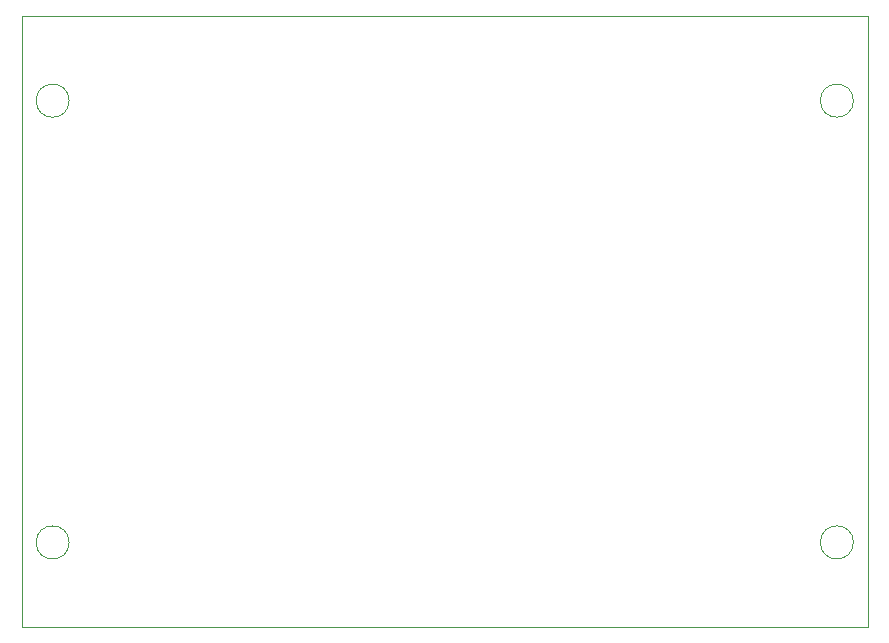
<source format=gbr>
%TF.GenerationSoftware,KiCad,Pcbnew,7.0.10*%
%TF.CreationDate,2024-04-14T18:32:16+10:00*%
%TF.ProjectId,IC Sprayer,49432053-7072-4617-9965-722e6b696361,rev?*%
%TF.SameCoordinates,Original*%
%TF.FileFunction,Profile,NP*%
%FSLAX46Y46*%
G04 Gerber Fmt 4.6, Leading zero omitted, Abs format (unit mm)*
G04 Created by KiCad (PCBNEW 7.0.10) date 2024-04-14 18:32:16*
%MOMM*%
%LPD*%
G01*
G04 APERTURE LIST*
%TA.AperFunction,Profile*%
%ADD10C,0.100000*%
%TD*%
G04 APERTURE END LIST*
D10*
X196400000Y-80000000D02*
G75*
G03*
X193600000Y-80000000I-1400000J0D01*
G01*
X193600000Y-80000000D02*
G75*
G03*
X196400000Y-80000000I1400000J0D01*
G01*
X125990000Y-72830000D02*
X197610000Y-72830000D01*
X197610000Y-124570000D01*
X125990000Y-124570000D01*
X125990000Y-72830000D01*
X130000000Y-80000000D02*
G75*
G03*
X127200000Y-80000000I-1400000J0D01*
G01*
X127200000Y-80000000D02*
G75*
G03*
X130000000Y-80000000I1400000J0D01*
G01*
X130000000Y-117400000D02*
G75*
G03*
X127200000Y-117400000I-1400000J0D01*
G01*
X127200000Y-117400000D02*
G75*
G03*
X130000000Y-117400000I1400000J0D01*
G01*
X196400000Y-117400000D02*
G75*
G03*
X193600000Y-117400000I-1400000J0D01*
G01*
X193600000Y-117400000D02*
G75*
G03*
X196400000Y-117400000I1400000J0D01*
G01*
M02*

</source>
